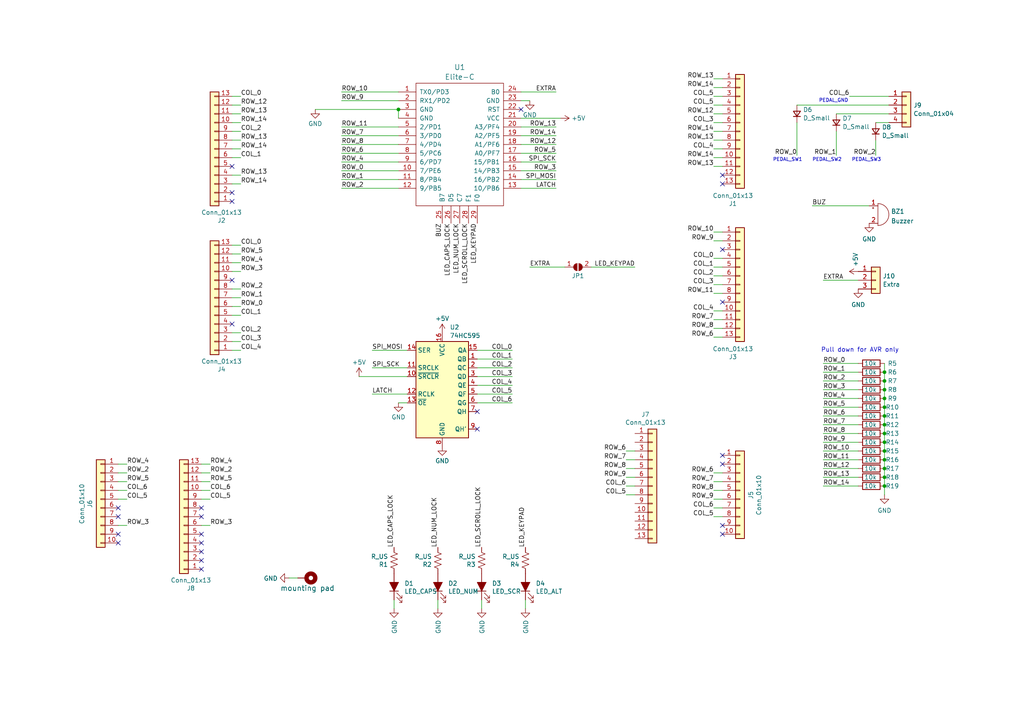
<source format=kicad_sch>
(kicad_sch (version 20231120) (generator "eeschema") (generator_version "8.0")
  (paper "A4")
  (lib_symbols
    (symbol "+5V_1" (power) (pin_names (offset 0))
      (property "Value" "+5V_1" (at 0 3.556 0))
      (symbol "+5V_1_0_1"
        (polyline (pts (xy -0.762 1.27) (xy 0 2.54)))
        (polyline (pts (xy 0 0) (xy 0 2.54)))
        (polyline (pts (xy 0 2.54) (xy 0.762 1.27)))
      )
      (symbol "+5V_1_1_1"
        (pin power_in line (at 0 0 90) (length 0) hide (name "+5V") (number "1"))
      )
    )
    (symbol "74xx:74HC595"
      (property "Reference" "U" (at -7.62 13.97 0))
      (property "Value" "74HC595" (at -7.62 -16.51 0))
      (symbol "74HC595_1_0"
        (pin tri_state line (at 10.16 7.62 180) (length 2.54) (name "QB") (number "1"))
        (pin input line (at -10.16 2.54 0) (length 2.54) (name "~{SRCLR}") (number "10"))
        (pin input line (at -10.16 5.08 0) (length 2.54) (name "SRCLK") (number "11"))
        (pin input line (at -10.16 -2.54 0) (length 2.54) (name "RCLK") (number "12"))
        (pin input line (at -10.16 -5.08 0) (length 2.54) (name "~{OE}") (number "13"))
        (pin input line (at -10.16 10.16 0) (length 2.54) (name "SER") (number "14"))
        (pin tri_state line (at 10.16 10.16 180) (length 2.54) (name "QA") (number "15"))
        (pin power_in line (at 0 15.24 270) (length 2.54) (name "VCC") (number "16"))
        (pin tri_state line (at 10.16 5.08 180) (length 2.54) (name "QC") (number "2"))
        (pin tri_state line (at 10.16 2.54 180) (length 2.54) (name "QD") (number "3"))
        (pin tri_state line (at 10.16 0 180) (length 2.54) (name "QE") (number "4"))
        (pin tri_state line (at 10.16 -2.54 180) (length 2.54) (name "QF") (number "5"))
        (pin tri_state line (at 10.16 -5.08 180) (length 2.54) (name "QG") (number "6"))
        (pin tri_state line (at 10.16 -7.62 180) (length 2.54) (name "QH") (number "7"))
        (pin power_in line (at 0 -17.78 90) (length 2.54) (name "GND") (number "8"))
        (pin output line (at 10.16 -12.7 180) (length 2.54) (name "QH'") (number "9"))
      )
      (symbol "74HC595_1_1"
        (rectangle (start -7.62 12.7) (end 7.62 -15.24) (stroke (width 0.254)) (fill (type background)))
      )
    )
    (symbol "Connector_Generic:Conn_01x03" (pin_names (offset 1.016) hide)
      (property "Reference" "J" (at 0 5.08 0))
      (property "Value" "Conn_01x03" (at 0 -5.08 0))
      (symbol "Conn_01x03_1_1"
        (rectangle (start -1.27 -2.413) (end 0 -2.667) (stroke (width 0.1524)))
        (rectangle (start -1.27 0.127) (end 0 -0.127) (stroke (width 0.1524)))
        (rectangle (start -1.27 2.667) (end 0 2.413) (stroke (width 0.1524)))
        (rectangle (start -1.27 3.81) (end 1.27 -3.81) (stroke (width 0.254)) (fill (type background)))
        (pin passive line (at -5.08 2.54 0) (length 3.81) (name "Pin_1") (number "1"))
        (pin passive line (at -5.08 0 0) (length 3.81) (name "Pin_2") (number "2"))
        (pin passive line (at -5.08 -2.54 0) (length 3.81) (name "Pin_3") (number "3"))
      )
    )
    (symbol "Connector_Generic:Conn_01x04" (pin_names (offset 1.016) hide)
      (property "Reference" "J" (at 0 5.08 0))
      (property "Value" "Conn_01x04" (at 0 -7.62 0))
      (symbol "Conn_01x04_1_1"
        (rectangle (start -1.27 -4.953) (end 0 -5.207) (stroke (width 0.1524)))
        (rectangle (start -1.27 -2.413) (end 0 -2.667) (stroke (width 0.1524)))
        (rectangle (start -1.27 0.127) (end 0 -0.127) (stroke (width 0.1524)))
        (rectangle (start -1.27 2.667) (end 0 2.413) (stroke (width 0.1524)))
        (rectangle (start -1.27 3.81) (end 1.27 -6.35) (stroke (width 0.254)) (fill (type background)))
        (pin passive line (at -5.08 2.54 0) (length 3.81) (name "Pin_1") (number "1"))
        (pin passive line (at -5.08 0 0) (length 3.81) (name "Pin_2") (number "2"))
        (pin passive line (at -5.08 -2.54 0) (length 3.81) (name "Pin_3") (number "3"))
        (pin passive line (at -5.08 -5.08 0) (length 3.81) (name "Pin_4") (number "4"))
      )
    )
    (symbol "D_Small_1" (pin_numbers hide) (pin_names (offset 0.254) hide)
      (property "Reference" "D" (at -1.27 2.032 0))
      (property "Value" "D_Small" (at -3.81 -2.032 0))
      (symbol "D_Small_1_0_1"
        (polyline (pts (xy -0.762 -1.016) (xy -0.762 1.016)) (stroke (width 0.254)))
        (polyline (pts (xy -0.762 0) (xy 0.762 0)))
        (polyline (pts (xy 0.762 -1.016) (xy -0.762 0) (xy 0.762 1.016) (xy 0.762 -1.016)) (stroke (width 0.254)))
      )
      (symbol "D_Small_1_1_1"
        (pin passive line (at -2.54 0 0) (length 1.778) (name "K") (number "1"))
        (pin passive line (at 2.54 0 180) (length 1.778) (name "A") (number "2"))
      )
    )
    (symbol "Device:Buzzer" (pin_names (offset 0.0254) hide)
      (property "Reference" "BZ" (at 3.81 1.27 0))
      (property "Value" "Buzzer" (at 3.81 -1.27 0))
      (symbol "Buzzer_0_1"
        (arc (start 0 -3.175) (mid 3.1612 0) (end 0 3.175))
        (polyline (pts (xy -1.651 1.905) (xy -1.143 1.905)))
        (polyline (pts (xy -1.397 2.159) (xy -1.397 1.651)))
        (polyline (pts (xy 0 3.175) (xy 0 -3.175)))
      )
      (symbol "Buzzer_1_1"
        (pin passive line (at -2.54 2.54 0) (length 2.54) (name "-") (number "1"))
        (pin passive line (at -2.54 -2.54 0) (length 2.54) (name "+") (number "2"))
      )
    )
    (symbol "Device:R" (pin_numbers hide) (pin_names (offset 0))
      (property "Reference" "R" (at 2.032 0 90))
      (property "Value" "R" (at 0 0 90))
      (symbol "R_0_1"
        (rectangle (start -1.016 -2.54) (end 1.016 2.54) (stroke (width 0.254)))
      )
      (symbol "R_1_1"
        (pin passive line (at 0 3.81 270) (length 1.27) (name "~") (number "1"))
        (pin passive line (at 0 -3.81 90) (length 1.27) (name "~") (number "2"))
      )
    )
    (symbol "Jumper:SolderJumper_2_Open" (pin_names (offset 0) hide)
      (property "Reference" "JP" (at 0 2.032 0))
      (property "Value" "SolderJumper_2_Open" (at 0 -2.54 0))
      (symbol "SolderJumper_2_Open_0_1"
        (arc (start -0.254 1.016) (mid -1.2655 0) (end -0.254 -1.016))
        (arc (start -0.254 1.016) (mid -1.2655 0) (end -0.254 -1.016) (fill (type outline)))
        (polyline (pts (xy -0.254 1.016) (xy -0.254 -1.016)))
        (polyline (pts (xy 0.254 1.016) (xy 0.254 -1.016)))
        (arc (start 0.254 -1.016) (mid 1.2655 0) (end 0.254 1.016))
        (arc (start 0.254 -1.016) (mid 1.2655 0) (end 0.254 1.016) (fill (type outline)))
      )
      (symbol "SolderJumper_2_Open_1_1"
        (pin passive line (at -3.81 0 0) (length 2.54) (name "A") (number "1"))
        (pin passive line (at 3.81 0 180) (length 2.54) (name "B") (number "2"))
      )
    )
    (symbol "Mechanical:MountingHole_Pad" (pin_numbers hide) (pin_names (offset 1.016) hide)
      (property "Reference" "H" (at 0 6.35 0))
      (property "Value" "MountingHole_Pad" (at 0 4.445 0))
      (symbol "MountingHole_Pad_0_1"
        (circle (center 0 1.27) (radius 1.27) (stroke (width 1.27)))
      )
      (symbol "MountingHole_Pad_1_1"
        (pin input line (at 0 -2.54 90) (length 2.54) (name "1") (number "1"))
      )
    )
    (symbol "keebio:Elite-C" (pin_names (offset 1.016))
      (property "Reference" "U" (at 0 0 0))
      (property "Value" "Elite-C" (at 0 2.54 0))
      (symbol "Elite-C_0_1"
        (rectangle (start 12.7 -19.05) (end -12.7 16.51))
      )
      (symbol "Elite-C_1_1"
        (pin input line (at -17.78 13.97 0) (length 5.08) (name "TX0/PD3") (number "1"))
        (pin input line (at -17.78 -8.89 0) (length 5.08) (name "7/PE6") (number "10"))
        (pin input line (at -17.78 -11.43 0) (length 5.08) (name "8/PB4") (number "11"))
        (pin input line (at -17.78 -13.97 0) (length 5.08) (name "9/PB5") (number "12"))
        (pin input line (at 17.78 -13.97 180) (length 5.08) (name "10/PB6") (number "13"))
        (pin input line (at 17.78 -11.43 180) (length 5.08) (name "16/PB2") (number "14"))
        (pin input line (at 17.78 -8.89 180) (length 5.08) (name "14/PB3") (number "15"))
        (pin input line (at 17.78 -6.35 180) (length 5.08) (name "15/PB1") (number "16"))
        (pin input line (at 17.78 -3.81 180) (length 5.08) (name "A0/PF7") (number "17"))
        (pin input line (at 17.78 -1.27 180) (length 5.08) (name "A1/PF6") (number "18"))
        (pin input line (at 17.78 1.27 180) (length 5.08) (name "A2/PF5") (number "19"))
        (pin input line (at -17.78 11.43 0) (length 5.08) (name "RX1/PD2") (number "2"))
        (pin input line (at 17.78 3.81 180) (length 5.08) (name "A3/PF4") (number "20"))
        (pin input line (at 17.78 6.35 180) (length 5.08) (name "VCC") (number "21"))
        (pin input line (at 17.78 8.89 180) (length 5.08) (name "RST") (number "22"))
        (pin input line (at 17.78 11.43 180) (length 5.08) (name "GND") (number "23"))
        (pin input line (at 17.78 13.97 180) (length 5.08) (name "B0") (number "24"))
        (pin input line (at -5.08 -24.13 90) (length 5.08) (name "B7") (number "25"))
        (pin input line (at -2.54 -24.13 90) (length 5.08) (name "D5") (number "26"))
        (pin input line (at 0 -24.13 90) (length 5.08) (name "C7") (number "27"))
        (pin input line (at 2.54 -24.13 90) (length 5.08) (name "F1") (number "28"))
        (pin input line (at 5.08 -24.13 90) (length 5.08) (name "F0") (number "29"))
        (pin input line (at -17.78 8.89 0) (length 5.08) (name "GND") (number "3"))
        (pin input line (at -17.78 6.35 0) (length 5.08) (name "GND") (number "4"))
        (pin input line (at -17.78 3.81 0) (length 5.08) (name "2/PD1") (number "5"))
        (pin input line (at -17.78 1.27 0) (length 5.08) (name "3/PD0") (number "6"))
        (pin input line (at -17.78 -1.27 0) (length 5.08) (name "4/PD4") (number "7"))
        (pin input line (at -17.78 -3.81 0) (length 5.08) (name "5/PC6") (number "8"))
        (pin input line (at -17.78 -6.35 0) (length 5.08) (name "6/PD7") (number "9"))
      )
    )
    (symbol "kicad_port-rescue:Conn_01x10-Connector_Generic" (pin_names (offset 1.016) hide)
      (property "Reference" "J" (at 0 12.7 0))
      (property "Value" "kicad_port-rescue_Conn_01x10-Connector_Generic" (at 0 -15.24 0))
      (symbol "Conn_01x10-Connector_Generic_1_1"
        (rectangle (start -1.27 -12.573) (end 0 -12.827) (stroke (width 0.1524)))
        (rectangle (start -1.27 -10.033) (end 0 -10.287) (stroke (width 0.1524)))
        (rectangle (start -1.27 -7.493) (end 0 -7.747) (stroke (width 0.1524)))
        (rectangle (start -1.27 -4.953) (end 0 -5.207) (stroke (width 0.1524)))
        (rectangle (start -1.27 -2.413) (end 0 -2.667) (stroke (width 0.1524)))
        (rectangle (start -1.27 0.127) (end 0 -0.127) (stroke (width 0.1524)))
        (rectangle (start -1.27 2.667) (end 0 2.413) (stroke (width 0.1524)))
        (rectangle (start -1.27 5.207) (end 0 4.953) (stroke (width 0.1524)))
        (rectangle (start -1.27 7.747) (end 0 7.493) (stroke (width 0.1524)))
        (rectangle (start -1.27 10.287) (end 0 10.033) (stroke (width 0.1524)))
        (rectangle (start -1.27 11.43) (end 1.27 -13.97) (stroke (width 0.254)) (fill (type background)))
        (pin passive line (at -5.08 10.16 0) (length 3.81) (name "Pin_1") (number "1"))
        (pin passive line (at -5.08 -12.7 0) (length 3.81) (name "Pin_10") (number "10"))
        (pin passive line (at -5.08 7.62 0) (length 3.81) (name "Pin_2") (number "2"))
        (pin passive line (at -5.08 5.08 0) (length 3.81) (name "Pin_3") (number "3"))
        (pin passive line (at -5.08 2.54 0) (length 3.81) (name "Pin_4") (number "4"))
        (pin passive line (at -5.08 0 0) (length 3.81) (name "Pin_5") (number "5"))
        (pin passive line (at -5.08 -2.54 0) (length 3.81) (name "Pin_6") (number "6"))
        (pin passive line (at -5.08 -5.08 0) (length 3.81) (name "Pin_7") (number "7"))
        (pin passive line (at -5.08 -7.62 0) (length 3.81) (name "Pin_8") (number "8"))
        (pin passive line (at -5.08 -10.16 0) (length 3.81) (name "Pin_9") (number "9"))
      )
    )
    (symbol "kicad_port-rescue:Conn_01x13-Connector_Generic" (pin_names (offset 1.016) hide)
      (property "Reference" "J" (at 0 17.78 0))
      (property "Value" "kicad_port-rescue_Conn_01x13-Connector_Generic" (at 0 -17.78 0))
      (symbol "Conn_01x13-Connector_Generic_1_1"
        (rectangle (start -1.27 -15.113) (end 0 -15.367) (stroke (width 0.1524)))
        (rectangle (start -1.27 -12.573) (end 0 -12.827) (stroke (width 0.1524)))
        (rectangle (start -1.27 -10.033) (end 0 -10.287) (stroke (width 0.1524)))
        (rectangle (start -1.27 -7.493) (end 0 -7.747) (stroke (width 0.1524)))
        (rectangle (start -1.27 -4.953) (end 0 -5.207) (stroke (width 0.1524)))
        (rectangle (start -1.27 -2.413) (end 0 -2.667) (stroke (width 0.1524)))
        (rectangle (start -1.27 0.127) (end 0 -0.127) (stroke (width 0.1524)))
        (rectangle (start -1.27 2.667) (end 0 2.413) (stroke (width 0.1524)))
        (rectangle (start -1.27 5.207) (end 0 4.953) (stroke (width 0.1524)))
        (rectangle (start -1.27 7.747) (end 0 7.493) (stroke (width 0.1524)))
        (rectangle (start -1.27 10.287) (end 0 10.033) (stroke (width 0.1524)))
        (rectangle (start -1.27 12.827) (end 0 12.573) (stroke (width 0.1524)))
        (rectangle (start -1.27 15.367) (end 0 15.113) (stroke (width 0.1524)))
        (rectangle (start -1.27 16.51) (end 1.27 -16.51) (stroke (width 0.254)) (fill (type background)))
        (pin passive line (at -5.08 15.24 0) (length 3.81) (name "Pin_1") (number "1"))
        (pin passive line (at -5.08 -7.62 0) (length 3.81) (name "Pin_10") (number "10"))
        (pin passive line (at -5.08 -10.16 0) (length 3.81) (name "Pin_11") (number "11"))
        (pin passive line (at -5.08 -12.7 0) (length 3.81) (name "Pin_12") (number "12"))
        (pin passive line (at -5.08 -15.24 0) (length 3.81) (name "Pin_13") (number "13"))
        (pin passive line (at -5.08 12.7 0) (length 3.81) (name "Pin_2") (number "2"))
        (pin passive line (at -5.08 10.16 0) (length 3.81) (name "Pin_3") (number "3"))
        (pin passive line (at -5.08 7.62 0) (length 3.81) (name "Pin_4") (number "4"))
        (pin passive line (at -5.08 5.08 0) (length 3.81) (name "Pin_5") (number "5"))
        (pin passive line (at -5.08 2.54 0) (length 3.81) (name "Pin_6") (number "6"))
        (pin passive line (at -5.08 0 0) (length 3.81) (name "Pin_7") (number "7"))
        (pin passive line (at -5.08 -2.54 0) (length 3.81) (name "Pin_8") (number "8"))
        (pin passive line (at -5.08 -5.08 0) (length 3.81) (name "Pin_9") (number "9"))
      )
    )
    (symbol "kicad_port-rescue:GND-power" (power) (pin_names (offset 0))
      (property "Value" "kicad_port-rescue_GND-power" (at 0 -3.81 0))
      (symbol "GND-power_0_1"
        (polyline (pts (xy 0 0) (xy 0 -1.27) (xy 1.27 -1.27) (xy 0 -2.54) (xy -1.27 -1.27) (xy 0 -1.27)))
      )
      (symbol "GND-power_1_1"
        (pin power_in line (at 0 0 270) (length 0) hide (name "GND") (number "1"))
      )
    )
    (symbol "kicad_port-rescue:LED_ALT-Device" (pin_numbers hide) (pin_names (offset 1.016) hide)
      (property "Reference" "D" (at 0 2.54 0))
      (property "Value" "kicad_port-rescue_LED_ALT-Device" (at 0 -2.54 0))
      (symbol "LED_ALT-Device_0_1"
        (polyline (pts (xy -1.27 -1.27) (xy -1.27 1.27)) (stroke (width 0.2032)))
        (polyline (pts (xy -1.27 0) (xy 1.27 0)))
        (polyline (pts (xy 1.27 -1.27) (xy 1.27 1.27) (xy -1.27 0) (xy 1.27 -1.27)) (stroke (width 0.2032)) (fill (type outline)))
        (polyline (pts (xy -3.048 -0.762) (xy -4.572 -2.286) (xy -3.81 -2.286) (xy -4.572 -2.286) (xy -4.572 -1.524)))
        (polyline (pts (xy -1.778 -0.762) (xy -3.302 -2.286) (xy -2.54 -2.286) (xy -3.302 -2.286) (xy -3.302 -1.524)))
      )
      (symbol "LED_ALT-Device_1_1"
        (pin passive line (at -3.81 0 0) (length 2.54) (name "K") (number "1"))
        (pin passive line (at 3.81 0 180) (length 2.54) (name "A") (number "2"))
      )
    )
    (symbol "kicad_port-rescue:R_US-Device" (pin_numbers hide) (pin_names (offset 0))
      (property "Reference" "R" (at 2.54 0 90))
      (property "Value" "kicad_port-rescue_R_US-Device" (at -2.54 0 90))
      (symbol "R_US-Device_0_1"
        (polyline (pts (xy 0 -2.286) (xy 0 -2.54)))
        (polyline (pts (xy 0 2.286) (xy 0 2.54)))
        (polyline (pts (xy 0 -0.762) (xy 1.016 -1.143) (xy 0 -1.524) (xy -1.016 -1.905) (xy 0 -2.286)))
        (polyline (pts (xy 0 0.762) (xy 1.016 0.381) (xy 0 0) (xy -1.016 -0.381) (xy 0 -0.762)))
        (polyline (pts (xy 0 2.286) (xy 1.016 1.905) (xy 0 1.524) (xy -1.016 1.143) (xy 0 0.762)))
      )
      (symbol "R_US-Device_1_1"
        (pin passive line (at 0 3.81 270) (length 1.27) (name "~") (number "1"))
        (pin passive line (at 0 -3.81 90) (length 1.27) (name "~") (number "2"))
      )
    )
    (symbol "power:+5V" (power) (pin_names (offset 0))
      (property "Value" "+5V" (at 0 3.556 0))
      (symbol "+5V_0_1"
        (polyline (pts (xy -0.762 1.27) (xy 0 2.54)))
        (polyline (pts (xy 0 0) (xy 0 2.54)))
        (polyline (pts (xy 0 2.54) (xy 0.762 1.27)))
      )
      (symbol "+5V_1_1"
        (pin power_in line (at 0 0 90) (length 0) hide (name "+5V") (number "1"))
      )
    )
    (symbol "power:GND" (power) (pin_names (offset 0))
      (property "Value" "GND" (at 0 -3.81 0))
      (symbol "GND_0_1"
        (polyline (pts (xy 0 0) (xy 0 -1.27) (xy 1.27 -1.27) (xy 0 -2.54) (xy -1.27 -1.27) (xy 0 -1.27)))
      )
      (symbol "GND_1_1"
        (pin power_in line (at 0 0 270) (length 0) hide (name "GND") (number "1"))
      )
    )
  )
  (junction (at 256.54 130.81))
  (junction (at 256.54 115.57))
  (junction (at 256.54 120.65))
  (junction (at 115.57 31.75))
  (junction (at 256.54 125.73))
  (junction (at 256.54 133.35))
  (junction (at 256.54 123.19))
  (junction (at 256.54 107.95))
  (junction (at 256.54 135.89))
  (junction (at 256.54 110.49))
  (junction (at 256.54 128.27))
  (junction (at 256.54 118.11))
  (junction (at 256.54 138.43))
  (junction (at 256.54 140.97))
  (junction (at 256.54 113.03))
  (no_connect (at 58.42 162.56))
  (no_connect (at 34.29 147.32))
  (no_connect (at 67.31 58.42))
  (no_connect (at 58.42 160.02))
  (no_connect (at 138.43 124.46))
  (no_connect (at 67.31 81.28))
  (no_connect (at 67.31 55.88))
  (no_connect (at 209.55 87.63))
  (no_connect (at 34.29 149.86))
  (no_connect (at 209.55 53.34))
  (no_connect (at 209.55 50.8))
  (no_connect (at 58.42 154.94))
  (no_connect (at 58.42 157.48))
  (no_connect (at 67.31 48.26))
  (no_connect (at 209.55 132.08))
  (no_connect (at 138.43 119.38))
  (no_connect (at 34.29 157.48))
  (no_connect (at 67.31 93.98))
  (no_connect (at 58.42 165.1))
  (no_connect (at 209.55 152.4))
  (no_connect (at 151.13 31.75))
  (no_connect (at 34.29 154.94))
  (no_connect (at 58.42 149.86))
  (no_connect (at 209.55 154.94))
  (no_connect (at 209.55 72.39))
  (no_connect (at 209.55 134.62))
  (no_connect (at 58.42 147.32))
  (wire (pts (xy 238.76 113.03) (xy 248.92 113.03)))
  (wire (pts (xy 151.13 36.83) (xy 161.29 36.83)))
  (wire (pts (xy 104.14 109.22) (xy 118.11 109.22)))
  (wire (pts (xy 91.44 31.75) (xy 115.57 31.75)))
  (wire (pts (xy 67.31 96.52) (xy 69.85 96.52)))
  (wire (pts (xy 246.38 27.94) (xy 257.81 27.94)))
  (wire (pts (xy 99.06 49.53) (xy 115.57 49.53)))
  (wire (pts (xy 207.01 43.18) (xy 209.55 43.18)))
  (wire (pts (xy 67.31 99.06) (xy 69.85 99.06)))
  (wire (pts (xy 138.43 111.76) (xy 148.59 111.76)))
  (wire (pts (xy 67.31 91.44) (xy 69.85 91.44)))
  (wire (pts (xy 238.76 120.65) (xy 248.92 120.65)))
  (wire (pts (xy 58.42 137.16) (xy 60.96 137.16)))
  (wire (pts (xy 34.29 137.16) (xy 36.83 137.16)))
  (wire (pts (xy 184.15 130.81) (xy 181.61 130.81)))
  (wire (pts (xy 235.585 59.69) (xy 252.095 59.69)))
  (wire (pts (xy 107.95 101.6) (xy 118.11 101.6)))
  (wire (pts (xy 151.13 39.37) (xy 161.29 39.37)))
  (wire (pts (xy 67.31 45.72) (xy 69.85 45.72)))
  (wire (pts (xy 151.13 54.61) (xy 161.29 54.61)))
  (wire (pts (xy 138.43 106.68) (xy 148.59 106.68)))
  (wire (pts (xy 207.01 85.09) (xy 209.55 85.09)))
  (wire (pts (xy 207.01 45.72) (xy 209.55 45.72)))
  (wire (pts (xy 34.29 152.4) (xy 36.83 152.4)))
  (wire (pts (xy 256.54 133.35) (xy 256.54 135.89)))
  (wire (pts (xy 256.54 115.57) (xy 256.54 118.11)))
  (wire (pts (xy 207.01 97.79) (xy 209.55 97.79)))
  (wire (pts (xy 256.54 110.49) (xy 256.54 113.03)))
  (wire (pts (xy 257.81 35.56) (xy 254 35.56)))
  (wire (pts (xy 139.7 176.53) (xy 139.7 173.99)))
  (wire (pts (xy 257.81 30.48) (xy 231.14 30.48)))
  (wire (pts (xy 151.13 44.45) (xy 161.29 44.45)))
  (wire (pts (xy 151.13 49.53) (xy 161.29 49.53)))
  (wire (pts (xy 67.31 50.8) (xy 69.85 50.8)))
  (wire (pts (xy 58.42 142.24) (xy 60.96 142.24)))
  (wire (pts (xy 151.13 26.67) (xy 161.29 26.67)))
  (wire (pts (xy 207.01 92.71) (xy 209.55 92.71)))
  (wire (pts (xy 34.29 142.24) (xy 36.83 142.24)))
  (wire (pts (xy 238.76 138.43) (xy 248.92 138.43)))
  (wire (pts (xy 67.31 40.64) (xy 69.85 40.64)))
  (wire (pts (xy 138.43 116.84) (xy 148.59 116.84)))
  (wire (pts (xy 256.54 125.73) (xy 256.54 128.27)))
  (wire (pts (xy 184.15 140.97) (xy 181.61 140.97)))
  (wire (pts (xy 67.31 38.1) (xy 69.85 38.1)))
  (wire (pts (xy 231.14 35.56) (xy 231.14 45.085)))
  (wire (pts (xy 238.76 135.89) (xy 248.92 135.89)))
  (wire (pts (xy 67.31 43.18) (xy 69.85 43.18)))
  (wire (pts (xy 238.76 105.41) (xy 248.92 105.41)))
  (wire (pts (xy 207.01 82.55) (xy 209.55 82.55)))
  (wire (pts (xy 209.55 147.32) (xy 207.01 147.32)))
  (wire (pts (xy 34.29 144.78) (xy 36.83 144.78)))
  (wire (pts (xy 207.01 69.85) (xy 209.55 69.85)))
  (wire (pts (xy 184.15 133.35) (xy 181.61 133.35)))
  (wire (pts (xy 151.13 52.07) (xy 161.29 52.07)))
  (wire (pts (xy 256.54 128.27) (xy 256.54 130.81)))
  (wire (pts (xy 138.43 109.22) (xy 148.59 109.22)))
  (wire (pts (xy 242.57 38.1) (xy 242.57 45.085)))
  (wire (pts (xy 58.42 144.78) (xy 60.96 144.78)))
  (wire (pts (xy 163.83 77.47) (xy 153.67 77.47)))
  (wire (pts (xy 209.55 142.24) (xy 207.01 142.24)))
  (wire (pts (xy 115.57 31.75) (xy 115.57 34.29)))
  (wire (pts (xy 207.01 74.93) (xy 209.55 74.93)))
  (wire (pts (xy 256.54 138.43) (xy 256.54 140.97)))
  (wire (pts (xy 67.31 33.02) (xy 69.85 33.02)))
  (wire (pts (xy 58.42 134.62) (xy 60.96 134.62)))
  (wire (pts (xy 256.54 135.89) (xy 256.54 138.43)))
  (wire (pts (xy 67.31 83.82) (xy 69.85 83.82)))
  (wire (pts (xy 238.76 123.19) (xy 248.92 123.19)))
  (wire (pts (xy 138.43 101.6) (xy 148.59 101.6)))
  (wire (pts (xy 152.4 176.53) (xy 152.4 173.99)))
  (wire (pts (xy 67.31 78.74) (xy 69.85 78.74)))
  (wire (pts (xy 184.15 135.89) (xy 181.61 135.89)))
  (wire (pts (xy 151.13 41.91) (xy 161.29 41.91)))
  (wire (pts (xy 238.76 140.97) (xy 248.92 140.97)))
  (wire (pts (xy 115.57 26.67) (xy 99.06 26.67)))
  (wire (pts (xy 58.42 139.7) (xy 60.96 139.7)))
  (wire (pts (xy 238.76 130.81) (xy 248.92 130.81)))
  (wire (pts (xy 207.01 67.31) (xy 209.55 67.31)))
  (wire (pts (xy 238.76 125.73) (xy 248.92 125.73)))
  (wire (pts (xy 67.31 53.34) (xy 69.85 53.34)))
  (wire (pts (xy 99.06 54.61) (xy 115.57 54.61)))
  (wire (pts (xy 58.42 152.4) (xy 60.96 152.4)))
  (wire (pts (xy 207.01 90.17) (xy 209.55 90.17)))
  (wire (pts (xy 107.95 106.68) (xy 118.11 106.68)))
  (wire (pts (xy 162.56 34.29) (xy 151.13 34.29)))
  (wire (pts (xy 207.01 95.25) (xy 209.55 95.25)))
  (wire (pts (xy 207.01 40.64) (xy 209.55 40.64)))
  (wire (pts (xy 256.54 120.65) (xy 256.54 123.19)))
  (wire (pts (xy 151.13 46.99) (xy 161.29 46.99)))
  (wire (pts (xy 207.01 48.26) (xy 209.55 48.26)))
  (wire (pts (xy 254 40.64) (xy 254 45.085)))
  (wire (pts (xy 256.54 140.97) (xy 256.54 143.51)))
  (wire (pts (xy 248.92 81.28) (xy 238.76 81.28)))
  (wire (pts (xy 67.31 35.56) (xy 69.85 35.56)))
  (wire (pts (xy 34.29 139.7) (xy 36.83 139.7)))
  (wire (pts (xy 115.57 116.84) (xy 118.11 116.84)))
  (wire (pts (xy 67.31 86.36) (xy 69.85 86.36)))
  (wire (pts (xy 256.54 130.81) (xy 256.54 133.35)))
  (wire (pts (xy 238.76 110.49) (xy 248.92 110.49)))
  (wire (pts (xy 207.01 27.94) (xy 209.55 27.94)))
  (wire (pts (xy 99.06 29.21) (xy 115.57 29.21)))
  (wire (pts (xy 99.06 41.91) (xy 115.57 41.91)))
  (wire (pts (xy 209.55 137.16) (xy 207.01 137.16)))
  (wire (pts (xy 67.31 88.9) (xy 69.85 88.9)))
  (wire (pts (xy 138.43 104.14) (xy 148.59 104.14)))
  (wire (pts (xy 207.01 30.48) (xy 209.55 30.48)))
  (wire (pts (xy 238.76 118.11) (xy 248.92 118.11)))
  (wire (pts (xy 207.01 25.4) (xy 209.55 25.4)))
  (wire (pts (xy 114.3 176.53) (xy 114.3 173.99)))
  (wire (pts (xy 238.76 133.35) (xy 248.92 133.35)))
  (wire (pts (xy 34.29 134.62) (xy 36.83 134.62)))
  (wire (pts (xy 238.76 107.95) (xy 248.92 107.95)))
  (wire (pts (xy 207.01 38.1) (xy 209.55 38.1)))
  (wire (pts (xy 99.06 46.99) (xy 115.57 46.99)))
  (wire (pts (xy 67.31 27.94) (xy 69.85 27.94)))
  (wire (pts (xy 67.31 101.6) (xy 69.85 101.6)))
  (wire (pts (xy 256.54 105.41) (xy 256.54 107.95)))
  (wire (pts (xy 256.54 107.95) (xy 256.54 110.49)))
  (wire (pts (xy 209.55 149.86) (xy 207.01 149.86)))
  (wire (pts (xy 99.06 39.37) (xy 115.57 39.37)))
  (wire (pts (xy 256.54 113.03) (xy 256.54 115.57)))
  (wire (pts (xy 184.15 143.51) (xy 181.61 143.51)))
  (wire (pts (xy 67.31 73.66) (xy 69.85 73.66)))
  (wire (pts (xy 67.31 71.12) (xy 69.85 71.12)))
  (wire (pts (xy 207.01 77.47) (xy 209.55 77.47)))
  (wire (pts (xy 184.15 138.43) (xy 181.61 138.43)))
  (wire (pts (xy 209.55 139.7) (xy 207.01 139.7)))
  (wire (pts (xy 99.06 36.83) (xy 115.57 36.83)))
  (wire (pts (xy 207.01 33.02) (xy 209.55 33.02)))
  (wire (pts (xy 209.55 144.78) (xy 207.01 144.78)))
  (wire (pts (xy 99.06 44.45) (xy 115.57 44.45)))
  (wire (pts (xy 207.01 80.01) (xy 209.55 80.01)))
  (wire (pts (xy 67.31 76.2) (xy 69.85 76.2)))
  (wire (pts (xy 67.31 30.48) (xy 69.85 30.48)))
  (wire (pts (xy 256.54 118.11) (xy 256.54 120.65)))
  (wire (pts (xy 238.76 128.27) (xy 248.92 128.27)))
  (wire (pts (xy 99.06 52.07) (xy 115.57 52.07)))
  (wire (pts (xy 107.95 114.3) (xy 118.11 114.3)))
  (wire (pts (xy 171.45 77.47) (xy 184.15 77.47)))
  (wire (pts (xy 257.81 33.02) (xy 242.57 33.02)))
  (wire (pts (xy 238.76 115.57) (xy 248.92 115.57)))
  (wire (pts (xy 207.01 22.86) (xy 209.55 22.86)))
  (wire (pts (xy 127 176.53) (xy 127 173.99)))
  (wire (pts (xy 153.67 29.21) (xy 151.13 29.21)))
  (wire (pts (xy 138.43 114.3) (xy 148.59 114.3)))
  (wire (pts (xy 256.54 123.19) (xy 256.54 125.73)))
  (wire (pts (xy 207.01 35.56) (xy 209.55 35.56)))
  (wire (pts (xy 83.82 167.64) (xy 86.36 167.64)))
  (text "Pull down for AVR only" (at 249.428 101.6 0) (effects (font (size 1.27 1.27))))
  (text "PEDAL_SW3" (at 247.015 46.99 0) (effects (font (size 1 1)) (justify left bottom)))
  (text "PEDAL_SW1" (at 224.155 46.99 0) (effects (font (size 1 1)) (justify left bottom)))
  (text "PEDAL_GND" (at 237.49 29.845 0) (effects (font (size 1 1)) (justify left bottom)))
  (text "PEDAL_SW2" (at 235.585 46.99 0) (effects (font (size 1 1)) (justify left bottom)))
  (label "COL_2" (at 69.85 38.1 0))
  (label "COL_6" (at 246.38 27.94 180))
  (label "SPI_SCK" (at 161.29 46.99 180))
  (label "LED_SCROLL_LOCK" (at 135.89 64.77 270))
  (label "ROW_5" (at 69.85 73.66 0))
  (label "ROW_12" (at 69.85 30.48 0))
  (label "COL_4" (at 69.85 101.6 0))
  (label "SPI_MOSI" (at 161.29 52.07 180))
  (label "ROW_14" (at 69.85 53.34 0))
  (label "COL_3" (at 148.59 109.22 180))
  (label "LED_NUM_LOCK" (at 127 158.75 90))
  (label "ROW_14" (at 69.85 35.56 0))
  (label "ROW_2" (at 60.96 137.16 0))
  (label "COL_6" (at 36.83 142.24 0))
  (label "ROW_6" (at 238.76 120.65 0))
  (label "ROW_11" (at 238.76 133.35 0))
  (label "COL_2" (at 207.01 80.01 180))
  (label "ROW_9" (at 207.01 69.85 180))
  (label "COL_1" (at 207.01 77.47 180))
  (label "COL_3" (at 207.01 35.56 180))
  (label "COL_4" (at 148.59 111.76 180))
  (label "ROW_9" (at 99.06 29.21 0))
  (label "ROW_13" (at 207.01 22.86 180))
  (label "ROW_13" (at 69.85 50.8 0))
  (label "ROW_13" (at 69.85 40.64 0))
  (label "ROW_2" (at 36.83 137.16 0))
  (label "ROW_1" (at 99.06 52.07 0))
  (label "COL_5" (at 207.01 30.48 180))
  (label "ROW_6" (at 207.01 97.79 180))
  (label "COL_0" (at 148.59 101.6 180))
  (label "ROW_10" (at 238.76 130.81 0))
  (label "COL_3" (at 207.01 82.55 180))
  (label "ROW_8" (at 207.01 95.25 180))
  (label "ROW_9" (at 181.61 138.43 180))
  (label "ROW_13" (at 161.29 36.83 180))
  (label "ROW_5" (at 60.96 139.7 0))
  (label "EXTRA" (at 153.67 77.47 0))
  (label "ROW_6" (at 207.01 137.16 180))
  (label "ROW_7" (at 181.61 133.35 180))
  (label "COL_6" (at 207.01 147.32 180))
  (label "ROW_9" (at 238.76 128.27 0))
  (label "ROW_0" (at 99.06 49.53 0))
  (label "COL_6" (at 148.59 116.84 180))
  (label "ROW_4" (at 60.96 134.62 0))
  (label "ROW_7" (at 207.01 92.71 180))
  (label "LED_KEYPAD" (at 138.43 64.77 270))
  (label "COL_5" (at 207.01 149.86 180))
  (label "ROW_5" (at 161.29 44.45 180))
  (label "ROW_13" (at 69.85 33.02 0))
  (label "ROW_1" (at 242.57 45.085 180))
  (label "EXTRA" (at 161.29 26.67 180))
  (label "ROW_11" (at 99.06 36.83 0))
  (label "COL_5" (at 60.96 144.78 0))
  (label "COL_1" (at 148.59 104.14 180))
  (label "BUZ" (at 235.585 59.69 0))
  (label "ROW_2" (at 69.85 83.82 0))
  (label "ROW_4" (at 238.76 115.57 0))
  (label "ROW_10" (at 99.06 26.67 0))
  (label "ROW_14" (at 207.01 38.1 180))
  (label "COL_3" (at 69.85 99.06 0))
  (label "ROW_7" (at 99.06 39.37 0))
  (label "ROW_5" (at 238.76 118.11 0))
  (label "ROW_13" (at 207.01 40.64 180))
  (label "ROW_0" (at 69.85 88.9 0))
  (label "LED_NUM_LOCK" (at 133.35 64.77 270))
  (label "ROW_3" (at 161.29 49.53 180))
  (label "EXTRA" (at 238.76 81.28 0))
  (label "LED_CAPS_LOCK" (at 130.81 64.77 270))
  (label "SPI_SCK" (at 107.95 106.68 0))
  (label "ROW_12" (at 161.29 41.91 180))
  (label "ROW_9" (at 207.01 144.78 180))
  (label "ROW_8" (at 238.76 125.73 0))
  (label "ROW_2" (at 99.06 54.61 0))
  (label "ROW_6" (at 181.61 130.81 180))
  (label "ROW_10" (at 207.01 67.31 180))
  (label "LED_CAPS_LOCK" (at 114.3 158.75 90))
  (label "LATCH" (at 161.29 54.61 180))
  (label "ROW_6" (at 99.06 44.45 0))
  (label "ROW_13" (at 207.01 48.26 180))
  (label "ROW_11" (at 207.01 85.09 180))
  (label "COL_5" (at 148.59 114.3 180))
  (label "ROW_8" (at 207.01 142.24 180))
  (label "ROW_14" (at 161.29 39.37 180))
  (label "ROW_12" (at 207.01 33.02 180))
  (label "LED_KEYPAD" (at 152.4 158.75 90))
  (label "ROW_8" (at 181.61 135.89 180))
  (label "ROW_3" (at 36.83 152.4 0))
  (label "LED_SCROLL_LOCK" (at 139.7 158.75 90))
  (label "COL_4" (at 207.01 43.18 180))
  (label "COL_6" (at 181.61 140.97 180))
  (label "COL_1" (at 69.85 91.44 0))
  (label "ROW_14" (at 207.01 25.4 180))
  (label "COL_5" (at 207.01 27.94 180))
  (label "ROW_12" (at 238.76 135.89 0))
  (label "ROW_14" (at 207.01 45.72 180))
  (label "ROW_1" (at 69.85 86.36 0))
  (label "ROW_8" (at 99.06 41.91 0))
  (label "ROW_13" (at 238.76 138.43 0))
  (label "COL_1" (at 69.85 45.72 0))
  (label "ROW_3" (at 69.85 78.74 0))
  (label "ROW_2" (at 254 45.085 180))
  (label "LATCH" (at 107.95 114.3 0))
  (label "COL_5" (at 181.61 143.51 180))
  (label "ROW_14" (at 238.76 140.97 0))
  (label "COL_0" (at 69.85 27.94 0))
  (label "ROW_4" (at 69.85 76.2 0))
  (label "ROW_1" (at 238.76 107.95 0))
  (label "ROW_0" (at 231.14 45.085 180))
  (label "ROW_3" (at 60.96 152.4 0))
  (label "ROW_4" (at 99.06 46.99 0))
  (label "COL_4" (at 207.01 90.17 180))
  (label "BUZ" (at 128.27 64.77 270))
  (label "SPI_MOSI" (at 107.95 101.6 0))
  (label "ROW_3" (at 238.76 113.03 0))
  (label "COL_2" (at 148.59 106.68 180))
  (label "ROW_14" (at 69.85 43.18 0))
  (label "LED_KEYPAD" (at 184.15 77.47 180))
  (label "ROW_7" (at 238.76 123.19 0))
  (label "COL_5" (at 36.83 144.78 0))
  (label "COL_2" (at 69.85 96.52 0))
  (label "COL_6" (at 60.96 142.24 0))
  (label "COL_0" (at 69.85 71.12 0))
  (label "ROW_5" (at 36.83 139.7 0))
  (label "ROW_2" (at 238.76 110.49 0))
  (label "COL_0" (at 207.01 74.93 180))
  (label "ROW_7" (at 207.01 139.7 180))
  (label "ROW_4" (at 36.83 134.62 0))
  (label "ROW_0" (at 238.76 105.41 0))
  (symbol (lib_id "kicad_port-rescue:Conn_01x13-Connector_Generic") (at 62.23 86.36 180) (unit 1)
    (property "Reference" "J4" (at 64.262 107.1118 0))
    (property "Value" "Conn_01x13" (at 64.262 104.8004 0))
    (property "Footprint" "kinesisMod_board_connectors:Molex_039532134" (effects (hide yes)))
  )
  (symbol (lib_id "kicad_port-rescue:Conn_01x13-Connector_Generic") (at 214.63 82.55 0) (unit 1)
    (property "Reference" "J3" (at 212.5726 103.505 0))
    (property "Value" "Conn_01x13" (at 212.5726 101.1936 0))
    (property "Footprint" "kinesisMod_board_connectors:Molex_039532134" (effects (hide yes)))
  )
  (symbol (lib_id "kicad_port-rescue:Conn_01x10-Connector_Generic") (at 29.21 144.78 0) (mirror y) (unit 1)
    (property "Reference" "J6" (at 26.0604 146.1516 90))
    (property "Value" "Conn_01x10" (at 23.749 146.1516 90))
    (property "Footprint" "Pin_Headers:Pin_Header_Straight_1x10_Pitch2.54mm" (effects (hide yes)))
  )
  (symbol (lib_id "kicad_port-rescue:Conn_01x10-Connector_Generic") (at 214.63 142.24 0) (unit 1)
    (property "Reference" "J5" (at 217.7796 143.6116 90))
    (property "Value" "Conn_01x10" (at 220.091 143.6116 90))
    (property "Footprint" "Pin_Headers:Pin_Header_Straight_1x10_Pitch2.54mm" (effects (hide yes)))
  )
  (symbol (lib_id "kicad_port-rescue:Conn_01x13-Connector_Generic") (at 62.23 43.18 180) (unit 1)
    (property "Reference" "J2" (at 64.262 63.9318 0))
    (property "Value" "Conn_01x13" (at 64.262 61.6204 0))
    (property "Footprint" "kinesisMod_board_connectors:Molex_0039532135" (effects (hide yes)))
  )
  (symbol (lib_id "kicad_port-rescue:Conn_01x13-Connector_Generic") (at 214.63 38.1 0) (unit 1)
    (property "Reference" "J1" (at 212.5726 59.055 0))
    (property "Value" "Conn_01x13" (at 212.5726 56.7436 0))
    (property "Footprint" "kinesisMod_board_connectors:Molex_0039532135" (effects (hide yes)))
  )
  (symbol (lib_id "kicad_port-rescue:LED_ALT-Device") (at 114.3 170.18 90) (unit 1)
    (property "Reference" "D1" (at 117.2972 169.2148 90) (effects (justify right)))
    (property "Value" "LED_CAPS" (at 117.2972 171.5262 90) (effects (justify right)))
    (property "Footprint" "LED_THT:LED_D3.0mm" (effects (hide yes)))
  )
  (symbol (lib_id "kicad_port-rescue:LED_ALT-Device") (at 127 170.18 90) (unit 1)
    (property "Reference" "D2" (at 129.9972 169.2148 90) (effects (justify right)))
    (property "Value" "LED_NUM" (at 129.9972 171.5262 90) (effects (justify right)))
    (property "Footprint" "LED_THT:LED_D3.0mm" (effects (hide yes)))
  )
  (symbol (lib_id "kicad_port-rescue:LED_ALT-Device") (at 139.7 170.18 90) (unit 1)
    (property "Reference" "D3" (at 142.6972 169.2148 90) (effects (justify right)))
    (property "Value" "LED_SCR" (at 142.6972 171.5262 90) (effects (justify right)))
    (property "Footprint" "LED_THT:LED_D3.0mm" (effects (hide yes)))
  )
  (symbol (lib_id "kicad_port-rescue:LED_ALT-Device") (at 152.4 170.18 90) (unit 1)
    (property "Reference" "D4" (at 155.3972 169.2148 90) (effects (justify right)))
    (property "Value" "LED_ALT" (at 155.3972 171.5262 90) (effects (justify right)))
    (property "Footprint" "LED_THT:LED_D3.0mm" (effects (hide yes)))
  )
  (symbol (lib_id "kicad_port-rescue:R_US-Device") (at 127 162.56 180) (unit 1)
    (property "Reference" "R2" (at 125.2728 163.7284 0) (effects (justify left)))
    (property "Value" "R_US" (at 125.2728 161.417 0) (effects (justify left)))
    (property "Footprint" "Resistor_THT:R_Axial_DIN0204_L3.6mm_D1.6mm_P5.08mm_Horizontal" (effects (hide yes)))
  )
  (symbol (lib_id "kicad_port-rescue:R_US-Device") (at 114.3 162.56 180) (unit 1)
    (property "Reference" "R1" (at 112.5728 163.7284 0) (effects (justify left)))
    (property "Value" "R_US" (at 112.5728 161.417 0) (effects (justify left)))
    (property "Footprint" "Resistor_THT:R_Axial_DIN0204_L3.6mm_D1.6mm_P5.08mm_Horizontal" (effects (hide yes)))
  )
  (symbol (lib_id "kicad_port-rescue:R_US-Device") (at 139.7 162.56 180) (unit 1)
    (property "Reference" "R3" (at 137.9728 163.7284 0) (effects (justify left)))
    (property "Value" "R_US" (at 137.9728 161.417 0) (effects (justify left)))
    (property "Footprint" "Resistor_THT:R_Axial_DIN0204_L3.6mm_D1.6mm_P5.08mm_Horizontal" (effects (hide yes)))
  )
  (symbol (lib_id "kicad_port-rescue:R_US-Device") (at 152.4 162.56 180) (unit 1)
    (property "Reference" "R4" (at 150.6728 163.7284 0) (effects (justify left)))
    (property "Value" "R_US" (at 150.6728 161.417 0) (effects (justify left)))
    (property "Footprint" "Resistor_THT:R_Axial_DIN0204_L3.6mm_D1.6mm_P5.08mm_Horizontal" (effects (hide yes)))
  )
  (symbol (lib_name "D_Small_1") (lib_id "Device:D_Small") (at 242.57 35.56 90) (unit 1)
    (property "Reference" "D7" (at 244.348 34.3479 90) (effects (justify right)))
    (property "Value" "D_Small" (at 244.348 36.7721 90) (effects (justify right)))
    (property "Sim.Device" "D" (effects (hide yes)))
    (property "Sim.Pins" "1=K 2=A" (effects (hide yes)))
  )
  (symbol (lib_id "power:GND") (at 256.54 143.51 0) (unit 1)
    (property "Reference" "#PWR015" (effects (hide yes)))
    (property "Value" "GND" (at 256.54 148.0725 0))
  )
  (symbol (lib_id "Device:R") (at 252.73 138.43 90) (unit 1)
    (property "Reference" "R18" (at 258.826 138.43 90))
    (property "Value" "10k" (at 252.476 138.43 90))
  )
  (symbol (lib_id "power:GND") (at 115.57 116.84 0) (unit 1)
    (property "Reference" "#PWR012" (effects (hide yes)))
    (property "Value" "GND" (at 115.57 120.9731 0))
  )
  (symbol (lib_id "Device:R") (at 252.73 135.89 90) (unit 1)
    (property "Reference" "R17" (at 258.826 135.89 90))
    (property "Value" "10k" (at 252.476 135.89 90))
  )
  (symbol (lib_name "D_Small_1") (lib_id "Device:D_Small") (at 254 38.1 90) (unit 1)
    (property "Reference" "D8" (at 255.778 36.8879 90) (effects (justify right)))
    (property "Value" "D_Small" (at 255.778 39.3121 90) (effects (justify right)))
    (property "Sim.Device" "D" (effects (hide yes)))
    (property "Sim.Pins" "1=K 2=A" (effects (hide yes)))
  )
  (symbol (lib_id "kicad_port-rescue:Conn_01x13-Connector_Generic") (at 53.34 149.86 180) (unit 1)
    (property "Reference" "J8" (at 55.372 170.6118 0))
    (property "Value" "Conn_01x13" (at 55.372 168.3004 0))
    (property "Footprint" "kinesisMod_board_connectors:Molex_0039532135" (effects (hide yes)))
  )
  (symbol (lib_id "Connector_Generic:Conn_01x03") (at 254 81.28 0) (unit 1)
    (property "Reference" "J10" (at 256.032 80.0678 0) (effects (justify left)))
    (property "Value" "Extra" (at 256.032 82.4921 0) (effects (justify left)))
  )
  (symbol (lib_id "Mechanical:MountingHole_Pad") (at 88.9 167.64 270) (unit 1)
    (property "Reference" "H1" (effects (hide yes)))
    (property "Value" "mounting pad" (at 81.28 171.45 90) (effects (font (size 1.4986 1.4986)) (justify left bottom)))
    (property "Footprint" "MountingHole:MountingHole_4.3mm_M4_Pad" (effects (hide yes)))
  )
  (symbol (lib_id "power:+5V") (at 104.14 109.22 0) (unit 1)
    (property "Reference" "#PWR09" (effects (hide yes)))
    (property "Value" "+5V" (at 104.14 105.0869 0))
  )
  (symbol (lib_id "Device:R") (at 252.73 133.35 90) (unit 1)
    (property "Reference" "R16" (at 258.826 133.35 90))
    (property "Value" "10k" (at 252.476 133.35 90))
  )
  (symbol (lib_id "power:GND") (at 248.92 83.82 0) (unit 1)
    (property "Reference" "#PWR02" (effects (hide yes)))
    (property "Value" "GND" (at 248.92 88.3825 0))
  )
  (symbol (lib_id "power:GND") (at 128.27 129.54 0) (unit 1)
    (property "Reference" "#PWR010" (effects (hide yes)))
    (property "Value" "GND" (at 128.27 133.6731 0))
  )
  (symbol (lib_id "power:GND") (at 91.44 31.75 0) (unit 1)
    (property "Reference" "#PWR013" (effects (hide yes)))
    (property "Value" "GND" (at 91.44 35.8831 0))
  )
  (symbol (lib_id "Connector_Generic:Conn_01x04") (at 262.89 30.48 0) (unit 1)
    (property "Reference" "J9" (at 264.922 30.5379 0) (effects (justify left)))
    (property "Value" "Conn_01x04" (at 264.922 32.9621 0) (effects (justify left)))
  )
  (symbol (lib_id "Device:R") (at 252.73 120.65 90) (unit 1)
    (property "Reference" "R11" (at 258.826 120.65 90))
    (property "Value" "10k" (at 252.476 120.65 90))
  )
  (symbol (lib_id "Device:R") (at 252.73 118.11 90) (unit 1)
    (property "Reference" "R10" (at 258.826 118.11 90))
    (property "Value" "10k" (at 252.476 118.11 90))
  )
  (symbol (lib_id "power:GND") (at 83.82 167.64 270) (unit 1)
    (property "Reference" "#PWR0101" (effects (hide yes)))
    (property "Value" "GND" (at 80.5688 167.767 90) (effects (justify right)))
  )
  (symbol (lib_id "kicad_port-rescue:GND-power") (at 152.4 176.53 0) (unit 1)
    (property "Reference" "#PWR08" (effects (hide yes)))
    (property "Value" "GND" (at 152.527 179.7812 90) (effects (justify right)))
  )
  (symbol (lib_id "Device:R") (at 252.73 107.95 90) (unit 1)
    (property "Reference" "R6" (at 258.826 107.95 90))
    (property "Value" "10k" (at 252.476 107.95 90))
  )
  (symbol (lib_id "Device:R") (at 252.73 140.97 90) (unit 1)
    (property "Reference" "R19" (at 258.826 140.97 90))
    (property "Value" "10k" (at 252.476 140.97 90))
  )
  (symbol (lib_id "Device:R") (at 252.73 123.19 90) (unit 1)
    (property "Reference" "R12" (at 258.826 123.19 90))
    (property "Value" "10k" (at 252.476 123.19 90))
  )
  (symbol (lib_id "Device:R") (at 252.73 130.81 90) (unit 1)
    (property "Reference" "R15" (at 258.826 130.81 90))
    (property "Value" "10k" (at 252.476 130.81 90))
  )
  (symbol (lib_id "power:+5V") (at 248.92 78.74 90) (unit 1)
    (property "Reference" "#PWR04" (effects (hide yes)))
    (property "Value" "+5V" (at 248.129 77.343 0) (effects (justify left)))
  )
  (symbol (lib_id "kicad_port-rescue:GND-power") (at 139.7 176.53 0) (unit 1)
    (property "Reference" "#PWR07" (effects (hide yes)))
    (property "Value" "GND" (at 139.827 179.7812 90) (effects (justify right)))
  )
  (symbol (lib_id "kicad_port-rescue:Conn_01x13-Connector_Generic") (at 189.23 140.97 0) (unit 1)
    (property "Reference" "J7" (at 187.198 120.2182 0))
    (property "Value" "Conn_01x13" (at 187.198 122.5296 0))
    (property "Footprint" "kinesisMod_board_connectors:Molex_0039532135" (effects (hide yes)))
  )
  (symbol (lib_id "Device:R") (at 252.73 128.27 90) (unit 1)
    (property "Reference" "R14" (at 258.826 128.27 90))
    (property "Value" "10k" (at 252.476 128.27 90))
  )
  (symbol (lib_id "Device:R") (at 252.73 110.49 90) (unit 1)
    (property "Reference" "R7" (at 258.826 110.49 90))
    (property "Value" "10k" (at 252.476 110.49 90))
  )
  (symbol (lib_id "kicad_port-rescue:GND-power") (at 114.3 176.53 0) (unit 1)
    (property "Reference" "#PWR05" (effects (hide yes)))
    (property "Value" "GND" (at 114.427 179.7812 90) (effects (justify right)))
  )
  (symbol (lib_id "power:GND") (at 153.67 29.21 0) (unit 1)
    (property "Reference" "#PWR014" (effects (hide yes)))
    (property "Value" "GND" (at 153.67 33.3431 0))
  )
  (symbol (lib_name "D_Small_1") (lib_id "Device:D_Small") (at 231.14 33.02 90) (unit 1)
    (property "Reference" "D6" (at 232.918 31.8079 90) (effects (justify right)))
    (property "Value" "D_Small" (at 232.918 34.2321 90) (effects (justify right)))
    (property "Sim.Device" "D" (effects (hide yes)))
    (property "Sim.Pins" "1=K 2=A" (effects (hide yes)))
  )
  (symbol (lib_id "Device:R") (at 252.73 125.73 90) (unit 1)
    (property "Reference" "R13" (at 258.826 125.73 90))
    (property "Value" "10k" (at 252.476 125.73 90))
  )
  (symbol (lib_id "Device:Buzzer") (at 254.635 62.23 0) (unit 1)
    (property "Reference" "BZ1" (at 258.445 61.3215 0) (effects (justify left)))
    (property "Value" "Buzzer" (at 258.445 64.0966 0) (effects (justify left)))
  )
  (symbol (lib_id "Device:R") (at 252.73 105.41 90) (unit 1)
    (property "Reference" "R5" (at 258.826 105.41 90))
    (property "Value" "10k" (at 252.476 105.41 90))
  )
  (symbol (lib_id "Device:R") (at 252.73 115.57 90) (unit 1)
    (property "Reference" "R9" (at 258.826 115.57 90))
    (property "Value" "10k" (at 252.476 115.57 90))
  )
  (symbol (lib_id "power:GND") (at 252.095 64.77 0) (unit 1)
    (property "Reference" "#PWR01" (effects (hide yes)))
    (property "Value" "GND" (at 252.095 69.3325 0))
  )
  (symbol (lib_name "+5V_1") (lib_id "power:+5V") (at 162.56 34.29 270) (unit 1)
    (property "Reference" "#PWR03" (effects (hide yes)))
    (property "Value" "+5V" (at 165.735 34.29 90) (effects (justify left)))
  )
  (symbol (lib_id "kicad_port-rescue:GND-power") (at 127 176.53 0) (unit 1)
    (property "Reference" "#PWR06" (effects (hide yes)))
    (property "Value" "GND" (at 127.127 179.7812 90) (effects (justify right)))
  )
  (symbol (lib_id "power:+5V") (at 128.27 96.52 0) (unit 1)
    (property "Reference" "#PWR011" (effects (hide yes)))
    (property "Value" "+5V" (at 128.27 92.3869 0))
  )
  (symbol (lib_id "Device:R") (at 252.73 113.03 90) (unit 1)
    (property "Reference" "R8" (at 258.826 113.03 90))
    (property "Value" "10k" (at 252.476 113.03 90))
  )
  (symbol (lib_id "74xx:74HC595") (at 128.27 111.76 0) (unit 1)
    (property "Reference" "U2" (at 130.4641 94.9157 0) (effects (justify left)))
    (property "Value" "74HC595" (at 130.4641 97.3399 0) (effects (justify left)))
  )
  (symbol (lib_id "Jumper:SolderJumper_2_Open") (at 167.64 77.47 0) (unit 1)
    (property "Reference" "JP1" (at 167.64 80.01 0))
    (property "Value" "SolderJumper_2_Open" (effects (hide yes)))
    (property "Footprint" "Jumper:SolderJumper-2_P1.3mm_Open_RoundedPad1.0x1.5mm" (effects (hide yes)))
  )
  (symbol (lib_id "keebio:Elite-C") (at 133.35 40.64 0) (unit 1)
    (property "Reference" "U1" (at 133.35 19.4996 0) (effects (font (size 1.524 1.524))))
    (property "Value" "Elite-C" (at 133.35 22.3325 0) (effects (font (size 1.524 1.524))))
  )
)
</source>
